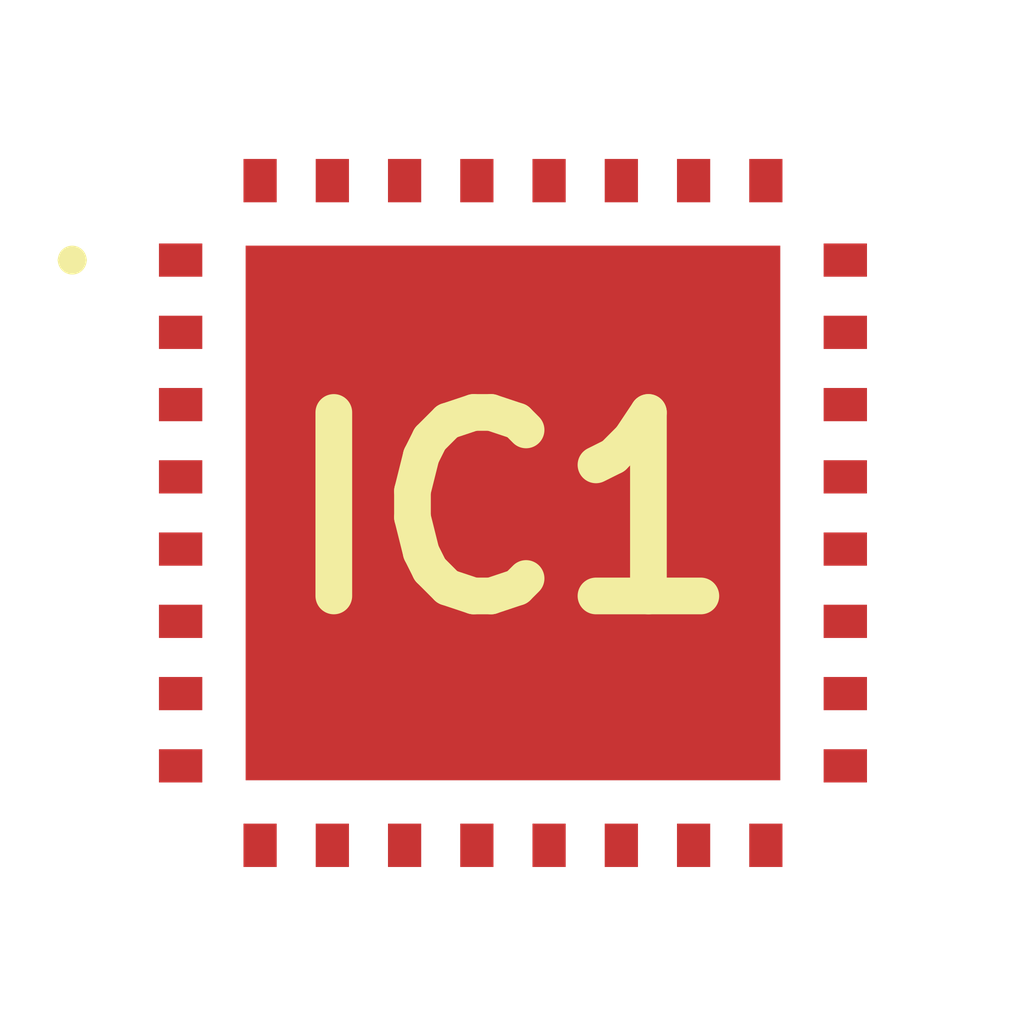
<source format=kicad_pcb>
(kicad_pcb (version 20241229) (generator "pcbnew") (generator_version "9.0")
  (layers (0 "F.Cu" signal) (2 "B.Cu" signal) (13 "F.Paste" user) (15 "B.Paste" user) (5 "F.SilkS" user "F.Silkscreen") (7 "B.SilkS" user "B.Silkscreen") (1 "F.Mask" user) (3 "B.Mask" user) (25 "Edge.Cuts" user))
  (net 0 "")
  (footprint "KiCad:DKMD2081" (layer "F.Cu") (at 103.7 100.05)
    (property "Reference" "IC1" (at 0 0 0) (layer "F.SilkS") (effects (font (size 1.27 1.27) (thickness 0.254))))
    (property "Value" "RFFC2071TR13" (hide yes))
    (fp_line (start -3.1 -1.75) (end -3.1 -1.75) (stroke (width 0.1)) (layer "F.SilkS"))
    (fp_line (start -3 -1.75) (end -3 -1.75) (stroke (width 0.1)) (layer "F.SilkS"))
    (fp_arc (start -3.1 -1.75) (mid -3.05 -1.8) (end -3 -1.75) (stroke (width 0.1)) (layer "F.SilkS"))
    (fp_arc (start -3 -1.75) (mid -3.05 -1.7) (end -3.1 -1.75) (stroke (width 0.1)) (layer "F.SilkS"))
    (pad "1" smd rect (at -2.3 -1.75 90) (size 0.23 0.3) (layers "F.Cu" "F.Mask" "F.Paste"))
    (pad "2" smd rect (at -2.3 -1.25 90) (size 0.23 0.3) (layers "F.Cu" "F.Mask" "F.Paste"))
    (pad "3" smd rect (at -2.3 -0.75 90) (size 0.23 0.3) (layers "F.Cu" "F.Mask" "F.Paste"))
    (pad "4" smd rect (at -2.3 -0.25 90) (size 0.23 0.3) (layers "F.Cu" "F.Mask" "F.Paste"))
    (pad "5" smd rect (at -2.3 0.25 90) (size 0.23 0.3) (layers "F.Cu" "F.Mask" "F.Paste"))
    (pad "6" smd rect (at -2.3 0.75 90) (size 0.23 0.3) (layers "F.Cu" "F.Mask" "F.Paste"))
    (pad "7" smd rect (at -2.3 1.25 90) (size 0.23 0.3) (layers "F.Cu" "F.Mask" "F.Paste"))
    (pad "8" smd rect (at -2.3 1.75 90) (size 0.23 0.3) (layers "F.Cu" "F.Mask" "F.Paste"))
    (pad "9" smd rect (at -1.75 2.3) (size 0.23 0.3) (layers "F.Cu" "F.Mask" "F.Paste"))
    (pad "10" smd rect (at -1.25 2.3) (size 0.23 0.3) (layers "F.Cu" "F.Mask" "F.Paste"))
    (pad "11" smd rect (at -0.75 2.3) (size 0.23 0.3) (layers "F.Cu" "F.Mask" "F.Paste"))
    (pad "12" smd rect (at -0.25 2.3) (size 0.23 0.3) (layers "F.Cu" "F.Mask" "F.Paste"))
    (pad "13" smd rect (at 0.25 2.3) (size 0.23 0.3) (layers "F.Cu" "F.Mask" "F.Paste"))
    (pad "14" smd rect (at 0.75 2.3) (size 0.23 0.3) (layers "F.Cu" "F.Mask" "F.Paste"))
    (pad "15" smd rect (at 1.25 2.3) (size 0.23 0.3) (layers "F.Cu" "F.Mask" "F.Paste"))
    (pad "16" smd rect (at 1.75 2.3) (size 0.23 0.3) (layers "F.Cu" "F.Mask" "F.Paste"))
    (pad "17" smd rect (at 2.3 1.75 90) (size 0.23 0.3) (layers "F.Cu" "F.Mask" "F.Paste"))
    (pad "18" smd rect (at 2.3 1.25 90) (size 0.23 0.3) (layers "F.Cu" "F.Mask" "F.Paste"))
    (pad "19" smd rect (at 2.3 0.75 90) (size 0.23 0.3) (layers "F.Cu" "F.Mask" "F.Paste"))
    (pad "20" smd rect (at 2.3 0.25 90) (size 0.23 0.3) (layers "F.Cu" "F.Mask" "F.Paste"))
    (pad "21" smd rect (at 2.3 -0.25 90) (size 0.23 0.3) (layers "F.Cu" "F.Mask" "F.Paste"))
    (pad "22" smd rect (at 2.3 -0.75 90) (size 0.23 0.3) (layers "F.Cu" "F.Mask" "F.Paste"))
    (pad "23" smd rect (at 2.3 -1.25 90) (size 0.23 0.3) (layers "F.Cu" "F.Mask" "F.Paste"))
    (pad "24" smd rect (at 2.3 -1.75 90) (size 0.23 0.3) (layers "F.Cu" "F.Mask" "F.Paste"))
    (pad "25" smd rect (at 1.75 -2.3) (size 0.23 0.3) (layers "F.Cu" "F.Mask" "F.Paste"))
    (pad "26" smd rect (at 1.25 -2.3) (size 0.23 0.3) (layers "F.Cu" "F.Mask" "F.Paste"))
    (pad "27" smd rect (at 0.75 -2.3) (size 0.23 0.3) (layers "F.Cu" "F.Mask" "F.Paste"))
    (pad "28" smd rect (at 0.25 -2.3) (size 0.23 0.3) (layers "F.Cu" "F.Mask" "F.Paste"))
    (pad "29" smd rect (at -0.25 -2.3) (size 0.23 0.3) (layers "F.Cu" "F.Mask" "F.Paste"))
    (pad "30" smd rect (at -0.75 -2.3) (size 0.23 0.3) (layers "F.Cu" "F.Mask" "F.Paste"))
    (pad "31" smd rect (at -1.25 -2.3) (size 0.23 0.3) (layers "F.Cu" "F.Mask" "F.Paste"))
    (pad "32" smd rect (at -1.75 -2.3) (size 0.23 0.3) (layers "F.Cu" "F.Mask" "F.Paste"))
    (pad "33" smd rect (at 0 0) (size 3.7 3.7) (layers "F.Cu" "F.Mask" "F.Paste"))
  )
)
</source>
